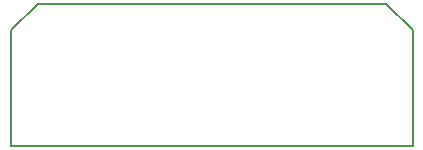
<source format=gbr>
%TF.GenerationSoftware,KiCad,Pcbnew,7.0.7*%
%TF.CreationDate,2023-11-05T15:44:54+10:00*%
%TF.ProjectId,ControllerBoard,436f6e74-726f-46c6-9c65-72426f617264,rev?*%
%TF.SameCoordinates,Original*%
%TF.FileFunction,Profile,NP*%
%FSLAX46Y46*%
G04 Gerber Fmt 4.6, Leading zero omitted, Abs format (unit mm)*
G04 Created by KiCad (PCBNEW 7.0.7) date 2023-11-05 15:44:54*
%MOMM*%
%LPD*%
G01*
G04 APERTURE LIST*
%TA.AperFunction,Profile*%
%ADD10C,0.150000*%
%TD*%
G04 APERTURE END LIST*
D10*
X34000000Y-2250000D02*
X34000000Y-12000000D01*
X0Y-12000000D01*
X0Y-2250000D01*
X2250000Y0D01*
X31750000Y0D01*
X34000000Y-2250000D01*
M02*

</source>
